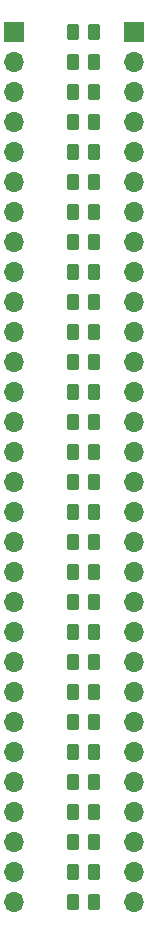
<source format=gbs>
G04 #@! TF.GenerationSoftware,KiCad,Pcbnew,7.0.6*
G04 #@! TF.CreationDate,2024-04-20T21:55:13+01:00*
G04 #@! TF.ProjectId,BreadboardIndicator,42726561-6462-46f6-9172-64496e646963,rev?*
G04 #@! TF.SameCoordinates,Original*
G04 #@! TF.FileFunction,Soldermask,Bot*
G04 #@! TF.FilePolarity,Negative*
%FSLAX46Y46*%
G04 Gerber Fmt 4.6, Leading zero omitted, Abs format (unit mm)*
G04 Created by KiCad (PCBNEW 7.0.6) date 2024-04-20 21:55:13*
%MOMM*%
%LPD*%
G01*
G04 APERTURE LIST*
G04 Aperture macros list*
%AMRoundRect*
0 Rectangle with rounded corners*
0 $1 Rounding radius*
0 $2 $3 $4 $5 $6 $7 $8 $9 X,Y pos of 4 corners*
0 Add a 4 corners polygon primitive as box body*
4,1,4,$2,$3,$4,$5,$6,$7,$8,$9,$2,$3,0*
0 Add four circle primitives for the rounded corners*
1,1,$1+$1,$2,$3*
1,1,$1+$1,$4,$5*
1,1,$1+$1,$6,$7*
1,1,$1+$1,$8,$9*
0 Add four rect primitives between the rounded corners*
20,1,$1+$1,$2,$3,$4,$5,0*
20,1,$1+$1,$4,$5,$6,$7,0*
20,1,$1+$1,$6,$7,$8,$9,0*
20,1,$1+$1,$8,$9,$2,$3,0*%
G04 Aperture macros list end*
%ADD10RoundRect,0.250000X-0.262500X-0.450000X0.262500X-0.450000X0.262500X0.450000X-0.262500X0.450000X0*%
%ADD11R,1.700000X1.700000*%
%ADD12O,1.700000X1.700000*%
G04 APERTURE END LIST*
D10*
X105000000Y-143660000D03*
X106825000Y-143660000D03*
X105000000Y-141120000D03*
X106825000Y-141120000D03*
X105000000Y-138580000D03*
X106825000Y-138580000D03*
X106825000Y-136040000D03*
X105000000Y-136040000D03*
X105000000Y-133500000D03*
X106825000Y-133500000D03*
X105000000Y-130960000D03*
X106825000Y-130960000D03*
X105000000Y-128420000D03*
X106825000Y-128420000D03*
X105000000Y-125880000D03*
X106825000Y-125880000D03*
X105000000Y-123340000D03*
X106825000Y-123340000D03*
X105000000Y-120800000D03*
X106825000Y-120800000D03*
X105000000Y-118260000D03*
X106825000Y-118260000D03*
X105000000Y-115720000D03*
X106825000Y-115720000D03*
X105000000Y-113180000D03*
X106825000Y-113180000D03*
X105000000Y-110640000D03*
X106825000Y-110640000D03*
X105000000Y-108100000D03*
X106825000Y-108100000D03*
X105000000Y-105560000D03*
X106825000Y-105560000D03*
X105000000Y-103020000D03*
X106825000Y-103020000D03*
X105000000Y-100480000D03*
X106825000Y-100480000D03*
X105000000Y-97940000D03*
X106825000Y-97940000D03*
X105000000Y-95400000D03*
X106825000Y-95400000D03*
X105000000Y-92860000D03*
X106825000Y-92860000D03*
X105000000Y-90320000D03*
X106825000Y-90320000D03*
X105000000Y-87780000D03*
X106825000Y-87780000D03*
X105000000Y-85240000D03*
X106825000Y-85240000D03*
X105000000Y-82700000D03*
X106825000Y-82700000D03*
X105000000Y-80160000D03*
X106825000Y-80160000D03*
X105000000Y-77620000D03*
X106825000Y-77620000D03*
X105000000Y-75080000D03*
X106825000Y-75080000D03*
X105000000Y-72540000D03*
X106825000Y-72540000D03*
X106825000Y-70000000D03*
X105000000Y-70000000D03*
D11*
X110160000Y-70000000D03*
D12*
X110160000Y-72540000D03*
X110160000Y-75080000D03*
X110160000Y-77620000D03*
X110160000Y-80160000D03*
X110160000Y-82700000D03*
X110160000Y-85240000D03*
X110160000Y-87780000D03*
X110160000Y-90320000D03*
X110160000Y-92860000D03*
X110160000Y-95400000D03*
X110160000Y-97940000D03*
X110160000Y-100480000D03*
X110160000Y-103020000D03*
X110160000Y-105560000D03*
X110160000Y-108100000D03*
X110160000Y-110640000D03*
X110160000Y-113180000D03*
X110160000Y-115720000D03*
X110160000Y-118260000D03*
X110160000Y-120800000D03*
X110160000Y-123340000D03*
X110160000Y-125880000D03*
X110160000Y-128420000D03*
X110160000Y-130960000D03*
X110160000Y-133500000D03*
X110160000Y-136040000D03*
X110160000Y-138580000D03*
X110160000Y-141120000D03*
X110160000Y-143660000D03*
D11*
X100000000Y-70000000D03*
D12*
X100000000Y-72540000D03*
X100000000Y-75080000D03*
X100000000Y-77620000D03*
X100000000Y-80160000D03*
X100000000Y-82700000D03*
X100000000Y-85240000D03*
X100000000Y-87780000D03*
X100000000Y-90320000D03*
X100000000Y-92860000D03*
X100000000Y-95400000D03*
X100000000Y-97940000D03*
X100000000Y-100480000D03*
X100000000Y-103020000D03*
X100000000Y-105560000D03*
X100000000Y-108100000D03*
X100000000Y-110640000D03*
X100000000Y-113180000D03*
X100000000Y-115720000D03*
X100000000Y-118260000D03*
X100000000Y-120800000D03*
X100000000Y-123340000D03*
X100000000Y-125880000D03*
X100000000Y-128420000D03*
X100000000Y-130960000D03*
X100000000Y-133500000D03*
X100000000Y-136040000D03*
X100000000Y-138580000D03*
X100000000Y-141120000D03*
X100000000Y-143660000D03*
M02*

</source>
